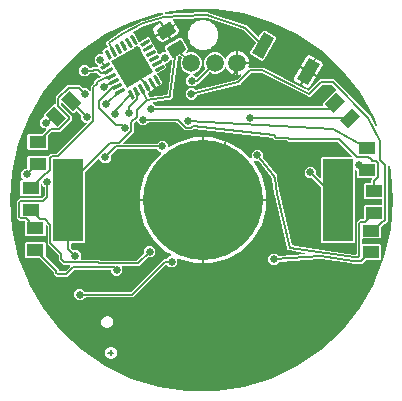
<source format=gbl>
G04 EAGLE Gerber RS-274X export*
G75*
%MOMM*%
%FSLAX34Y34*%
%LPD*%
%INBottom Copper*%
%IPPOS*%
%AMOC8*
5,1,8,0,0,1.08239X$1,22.5*%
G01*
G04 Define Apertures*
%ADD10C,0.152400*%
%ADD11R,2.540000X7.000000*%
%ADD12C,10.160000*%
%ADD13R,1.420200X1.031200*%
%ADD14R,1.031200X1.420200*%
%ADD15C,0.065000*%
%ADD16R,2.600000X2.600000*%
%ADD17R,2.000000X1.050000*%
%ADD18C,0.254000*%
%ADD19C,1.500000*%
%ADD20C,0.654800*%
%ADD21C,0.904800*%
G36*
X146907Y63028D02*
X147136Y63220D01*
X147272Y63485D01*
X147294Y63783D01*
X147249Y63962D01*
X144737Y70362D01*
X144688Y70463D01*
X132617Y91371D01*
X132553Y91464D01*
X117500Y110340D01*
X117424Y110422D01*
X99726Y126844D01*
X99638Y126913D01*
X79690Y140514D01*
X79593Y140570D01*
X57841Y151045D01*
X57737Y151086D01*
X34666Y158202D01*
X34557Y158227D01*
X10683Y161826D01*
X10572Y161834D01*
X-13572Y161834D01*
X-13683Y161826D01*
X-31838Y159089D01*
X-32118Y158987D01*
X-32337Y158783D01*
X-32458Y158511D01*
X-32464Y158212D01*
X-32353Y157935D01*
X-32142Y157724D01*
X-31866Y157611D01*
X-31676Y157599D01*
X-20030Y158376D01*
X-19880Y158417D01*
X-18804Y158458D01*
X-18782Y158459D01*
X-17725Y158529D01*
X-17554Y158505D01*
X2476Y159267D01*
X2780Y159345D01*
X3047Y159477D01*
X3414Y159352D01*
X3683Y159313D01*
X4071Y159328D01*
X4289Y159126D01*
X4559Y158965D01*
X36175Y148273D01*
X36418Y148233D01*
X36861Y148234D01*
X37032Y148064D01*
X37321Y147885D01*
X37549Y147808D01*
X37746Y147410D01*
X37889Y147211D01*
X46450Y138692D01*
X46699Y138528D01*
X46992Y138474D01*
X47284Y138539D01*
X47527Y138712D01*
X47628Y138849D01*
X50375Y143606D01*
X51594Y143933D01*
X61781Y138052D01*
X62108Y136832D01*
X51477Y118419D01*
X50257Y118092D01*
X40071Y123973D01*
X39744Y125193D01*
X44487Y133408D01*
X44582Y133691D01*
X44559Y133989D01*
X44367Y134315D01*
X34808Y143828D01*
X34519Y144006D01*
X3009Y154663D01*
X2740Y154702D01*
X-18544Y153892D01*
X-18565Y153891D01*
X-24918Y153468D01*
X-25206Y153389D01*
X-25441Y153204D01*
X-25585Y152943D01*
X-25615Y152646D01*
X-25518Y152344D01*
X-23772Y149320D01*
X-31361Y144939D01*
X-34980Y151208D01*
X-35077Y151152D01*
X-35072Y151269D01*
X-35175Y151549D01*
X-35380Y151766D01*
X-35653Y151886D01*
X-36035Y151870D01*
X-49620Y147647D01*
X-49740Y147598D01*
X-58976Y142858D01*
X-59210Y142672D01*
X-59351Y142409D01*
X-59380Y142112D01*
X-59290Y141827D01*
X-59096Y141600D01*
X-58828Y141466D01*
X-58725Y141439D01*
X-54766Y134582D01*
X-54568Y134359D01*
X-54299Y134230D01*
X-54001Y134216D01*
X-53742Y134308D01*
X-46885Y138266D01*
X-45406Y137870D01*
X-43665Y134855D01*
X-43749Y134542D01*
X-43767Y134244D01*
X-43668Y133963D01*
X-43466Y133742D01*
X-43218Y133624D01*
X-42906Y133540D01*
X-41165Y130525D01*
X-41249Y130212D01*
X-41267Y129914D01*
X-41168Y129633D01*
X-40966Y129412D01*
X-40718Y129293D01*
X-40406Y129210D01*
X-38665Y126194D01*
X-38749Y125882D01*
X-38767Y125584D01*
X-38668Y125302D01*
X-38466Y125082D01*
X-38218Y124963D01*
X-37906Y124880D01*
X-37313Y123854D01*
X-37116Y123630D01*
X-36846Y123501D01*
X-36548Y123488D01*
X-36268Y123591D01*
X-36134Y123698D01*
X-34359Y125473D01*
X-32127Y125473D01*
X-31834Y125532D01*
X-31588Y125701D01*
X-31427Y125953D01*
X-31377Y126247D01*
X-31477Y126598D01*
X-32602Y128547D01*
X-32003Y130783D01*
X-20100Y137655D01*
X-17865Y137056D01*
X-12897Y128453D01*
X-13496Y126217D01*
X-14344Y125727D01*
X-14567Y125530D01*
X-14696Y125260D01*
X-14710Y124962D01*
X-14606Y124682D01*
X-14401Y124465D01*
X-14128Y124345D01*
X-13830Y124341D01*
X-13682Y124385D01*
X-11730Y125193D01*
X-8140Y125193D01*
X-4824Y123820D01*
X-2285Y121281D01*
X-911Y117964D01*
X-911Y114374D01*
X-2285Y111058D01*
X-4824Y108519D01*
X-7714Y107322D01*
X-7961Y107155D01*
X-8124Y106905D01*
X-8177Y106611D01*
X-8110Y106320D01*
X-7957Y106099D01*
X-6193Y104335D01*
X-5944Y104170D01*
X-5651Y104115D01*
X-5359Y104179D01*
X-5132Y104335D01*
X1899Y111366D01*
X2063Y111615D01*
X2118Y111908D01*
X2061Y112183D01*
X1082Y114546D01*
X1082Y118136D01*
X2456Y121452D01*
X4995Y123991D01*
X8311Y125365D01*
X11901Y125365D01*
X15218Y123991D01*
X17757Y121452D01*
X18164Y120469D01*
X18331Y120222D01*
X18581Y120059D01*
X18875Y120007D01*
X19166Y120073D01*
X19408Y120248D01*
X19550Y120469D01*
X20266Y122199D01*
X23091Y125024D01*
X26781Y126552D01*
X28016Y126552D01*
X28016Y106472D01*
X26781Y106472D01*
X23091Y108001D01*
X20266Y110825D01*
X19621Y112384D01*
X19454Y112631D01*
X19204Y112794D01*
X18910Y112846D01*
X18619Y112780D01*
X18377Y112605D01*
X18235Y112383D01*
X17757Y111229D01*
X15218Y108691D01*
X11901Y107317D01*
X8311Y107317D01*
X5949Y108295D01*
X5656Y108352D01*
X5364Y108291D01*
X5131Y108133D01*
X-4167Y98834D01*
X-4954Y98834D01*
X-5246Y98775D01*
X-5484Y98614D01*
X-7776Y96322D01*
X-11751Y96322D01*
X-14562Y99133D01*
X-14562Y103107D01*
X-11671Y105998D01*
X-11506Y106247D01*
X-11451Y106541D01*
X-11515Y106832D01*
X-11688Y107076D01*
X-11914Y107222D01*
X-15047Y108519D01*
X-17585Y111058D01*
X-18959Y114374D01*
X-18959Y117964D01*
X-18055Y120148D01*
X-17997Y120441D01*
X-18059Y120733D01*
X-18227Y120976D01*
X-19451Y122153D01*
X-19703Y122313D01*
X-19997Y122362D01*
X-20346Y122262D01*
X-20987Y121892D01*
X-21211Y121694D01*
X-21356Y121337D01*
X-25258Y90639D01*
X-25328Y90086D01*
X-25551Y88333D01*
X-25551Y88333D01*
X-25632Y87698D01*
X-28342Y85041D01*
X-30229Y84839D01*
X-41964Y83584D01*
X-42249Y83493D01*
X-42475Y83299D01*
X-42609Y83032D01*
X-42627Y82734D01*
X-42528Y82453D01*
X-42415Y82307D01*
X-40070Y79963D01*
X-39821Y79798D01*
X-39539Y79743D01*
X100580Y79743D01*
X100873Y79802D01*
X101119Y79971D01*
X101280Y80223D01*
X101330Y80493D01*
X101330Y82001D01*
X112351Y93022D01*
X112559Y93164D01*
X112720Y93416D01*
X112770Y93710D01*
X112701Y94001D01*
X112551Y94217D01*
X109273Y97494D01*
X109024Y97659D01*
X108742Y97714D01*
X101258Y97714D01*
X100965Y97655D01*
X100727Y97494D01*
X91965Y88732D01*
X91824Y88537D01*
X91621Y88131D01*
X91403Y88058D01*
X91110Y87877D01*
X90947Y87714D01*
X90493Y87714D01*
X90256Y87676D01*
X89825Y87532D01*
X89619Y87635D01*
X89283Y87714D01*
X89053Y87714D01*
X88732Y88035D01*
X88537Y88176D01*
X49619Y107635D01*
X49283Y107714D01*
X41258Y107714D01*
X40965Y107655D01*
X40727Y107494D01*
X31881Y98648D01*
X31768Y98503D01*
X31473Y98012D01*
X31370Y97986D01*
X31022Y97789D01*
X30947Y97714D01*
X30374Y97714D01*
X30192Y97692D01*
X-4634Y88985D01*
X-4903Y88857D01*
X-5101Y88633D01*
X-5202Y88258D01*
X-5202Y88013D01*
X-8013Y85202D01*
X-11987Y85202D01*
X-14798Y88013D01*
X-14798Y91987D01*
X-11987Y94798D01*
X-8013Y94798D01*
X-6757Y93542D01*
X-6508Y93378D01*
X-6215Y93323D01*
X-6045Y93345D01*
X28630Y102014D01*
X28978Y102211D01*
X32316Y105549D01*
X32481Y105797D01*
X32535Y106091D01*
X32471Y106382D01*
X32299Y106626D01*
X32045Y106783D01*
X31750Y106828D01*
X31498Y106772D01*
X30775Y106472D01*
X29540Y106472D01*
X29540Y115750D01*
X38818Y115750D01*
X38818Y114515D01*
X38324Y113323D01*
X38267Y113030D01*
X38329Y112738D01*
X38499Y112493D01*
X38752Y112334D01*
X39017Y112286D01*
X49507Y112286D01*
X49744Y112325D01*
X50175Y112468D01*
X50381Y112365D01*
X50717Y112286D01*
X50947Y112286D01*
X51268Y111965D01*
X51463Y111824D01*
X85950Y94581D01*
X86239Y94503D01*
X86534Y94544D01*
X86791Y94697D01*
X86967Y94938D01*
X87035Y95228D01*
X86985Y95522D01*
X86824Y95774D01*
X86661Y95901D01*
X83464Y97747D01*
X89353Y107947D01*
X95440Y104433D01*
X90420Y95738D01*
X90351Y95532D01*
X90314Y95526D01*
X88150Y94947D01*
X87883Y94814D01*
X87689Y94587D01*
X87599Y94302D01*
X87627Y94005D01*
X87768Y93742D01*
X88009Y93551D01*
X89065Y93023D01*
X89353Y92946D01*
X89649Y92986D01*
X89931Y93164D01*
X91039Y94272D01*
X91204Y94520D01*
X91226Y94640D01*
X91298Y94648D01*
X91599Y94832D01*
X99053Y102286D01*
X110947Y102286D01*
X141110Y72123D01*
X141403Y71942D01*
X141621Y71869D01*
X141824Y71463D01*
X141965Y71268D01*
X142286Y70947D01*
X142286Y70717D01*
X142365Y70381D01*
X145880Y63353D01*
X146064Y63117D01*
X146325Y62973D01*
X146621Y62941D01*
X146907Y63028D01*
G37*
%LPC*%
G36*
X-1331Y127441D02*
X-1497Y127460D01*
X-2494Y127460D01*
X-3763Y127986D01*
X-3883Y128024D01*
X-5581Y128411D01*
X-6352Y129026D01*
X-6532Y129133D01*
X-7103Y129369D01*
X-8339Y130605D01*
X-8402Y130661D01*
X-10056Y131980D01*
X-10318Y132525D01*
X-10464Y132730D01*
X-10631Y132897D01*
X-11443Y134857D01*
X-11460Y134895D01*
X-12540Y137138D01*
X-12540Y142862D01*
X-11460Y145105D01*
X-11443Y145143D01*
X-10631Y147103D01*
X-10464Y147270D01*
X-10318Y147475D01*
X-10056Y148020D01*
X-8402Y149339D01*
X-8339Y149395D01*
X-7103Y150631D01*
X-6532Y150867D01*
X-6352Y150974D01*
X-5581Y151589D01*
X-3883Y151976D01*
X-3763Y152014D01*
X-2494Y152540D01*
X-1497Y152540D01*
X-1331Y152559D01*
X0Y152863D01*
X1331Y152559D01*
X1497Y152540D01*
X2494Y152540D01*
X3763Y152014D01*
X3883Y151976D01*
X5581Y151589D01*
X6352Y150974D01*
X6532Y150867D01*
X7103Y150631D01*
X8339Y149395D01*
X8402Y149339D01*
X10056Y148020D01*
X10318Y147475D01*
X10464Y147270D01*
X10631Y147103D01*
X11443Y145143D01*
X11460Y145105D01*
X12540Y142862D01*
X12540Y137138D01*
X11460Y134895D01*
X11443Y134857D01*
X10631Y132897D01*
X10464Y132730D01*
X10318Y132525D01*
X10056Y131980D01*
X8402Y130661D01*
X8339Y130605D01*
X7103Y129369D01*
X6532Y129133D01*
X6352Y129026D01*
X5581Y128411D01*
X3883Y128024D01*
X3763Y127986D01*
X2494Y127460D01*
X1497Y127460D01*
X1331Y127441D01*
X0Y127138D01*
X-1331Y127441D01*
G37*
G36*
X-42583Y143802D02*
X-41766Y146850D01*
X-36110Y150116D01*
X-32681Y144177D01*
X-40270Y139795D01*
X-42583Y143802D01*
G37*
G36*
X-30599Y143619D02*
X-23010Y148000D01*
X-20697Y143994D01*
X-21514Y140945D01*
X-27170Y137680D01*
X-30599Y143619D01*
G37*
G36*
X-37195Y134469D02*
X-39508Y138475D01*
X-31919Y142857D01*
X-28490Y136918D01*
X-34146Y133652D01*
X-37195Y134469D01*
G37*
G36*
X29540Y117274D02*
X29540Y126552D01*
X30775Y126552D01*
X34465Y125024D01*
X37289Y122199D01*
X38818Y118509D01*
X38818Y117274D01*
X29540Y117274D01*
G37*
G36*
X82709Y113542D02*
X87854Y122454D01*
X89886Y122999D01*
X94684Y120228D01*
X88795Y110028D01*
X82709Y113542D01*
G37*
G36*
X90115Y109266D02*
X96004Y119466D01*
X100802Y116696D01*
X101347Y114664D01*
X96202Y105752D01*
X90115Y109266D01*
G37*
G36*
X77346Y101279D02*
X76802Y103311D01*
X81947Y112223D01*
X88033Y108709D01*
X82144Y98509D01*
X77346Y101279D01*
G37*
%LPD*%
G36*
X10683Y-161826D02*
X34557Y-158227D01*
X34666Y-158202D01*
X57737Y-151086D01*
X57841Y-151045D01*
X79593Y-140570D01*
X79690Y-140514D01*
X99638Y-126913D01*
X99726Y-126844D01*
X117424Y-110422D01*
X117500Y-110340D01*
X132553Y-91464D01*
X132617Y-91371D01*
X144688Y-70463D01*
X144737Y-70362D01*
X153557Y-47888D01*
X153590Y-47780D01*
X158963Y-24243D01*
X158979Y-24132D01*
X160784Y-56D01*
X160784Y56D01*
X158979Y24132D01*
X158963Y24243D01*
X157934Y28749D01*
X157811Y29021D01*
X157592Y29223D01*
X157311Y29324D01*
X157013Y29307D01*
X156745Y29176D01*
X156550Y28950D01*
X156453Y28582D01*
X156453Y-17515D01*
X153775Y-20193D01*
X153351Y-20193D01*
X153058Y-20252D01*
X152820Y-20413D01*
X152281Y-20952D01*
X152074Y-21344D01*
X152073Y-21352D01*
X151524Y-21727D01*
X151417Y-21816D01*
X150809Y-22424D01*
X150677Y-22514D01*
X150517Y-22766D01*
X150466Y-23036D01*
X150466Y-31372D01*
X149573Y-32265D01*
X135490Y-32265D01*
X135198Y-32324D01*
X134951Y-32493D01*
X134791Y-32744D01*
X134740Y-33015D01*
X134740Y-36545D01*
X134800Y-36837D01*
X134968Y-37083D01*
X135220Y-37244D01*
X135490Y-37295D01*
X149573Y-37295D01*
X150466Y-38188D01*
X150466Y-49762D01*
X149573Y-50655D01*
X138297Y-50655D01*
X138005Y-50714D01*
X137767Y-50874D01*
X134925Y-53716D01*
X130770Y-53716D01*
X130477Y-53775D01*
X130323Y-53863D01*
X130209Y-53948D01*
X128783Y-53737D01*
X128783Y-53736D01*
X128699Y-53724D01*
X128589Y-53716D01*
X126151Y-53716D01*
X125891Y-53457D01*
X125642Y-53292D01*
X125471Y-53245D01*
X99552Y-49399D01*
X99387Y-49392D01*
X65128Y-51915D01*
X64841Y-51995D01*
X64653Y-52132D01*
X61987Y-54798D01*
X58013Y-54798D01*
X55202Y-51987D01*
X55202Y-48013D01*
X58013Y-45202D01*
X61987Y-45202D01*
X63942Y-47157D01*
X64191Y-47322D01*
X64528Y-47374D01*
X85953Y-45797D01*
X86240Y-45716D01*
X86473Y-45530D01*
X86615Y-45267D01*
X86644Y-44970D01*
X86554Y-44686D01*
X86360Y-44459D01*
X86008Y-44307D01*
X80748Y-43527D01*
X80748Y-43527D01*
X73442Y-42443D01*
X73162Y-42454D01*
X72801Y-42537D01*
X72534Y-42371D01*
X72247Y-42265D01*
X71935Y-42219D01*
X71715Y-41921D01*
X71509Y-41731D01*
X71194Y-41535D01*
X71123Y-41228D01*
X70995Y-40951D01*
X70807Y-40698D01*
X70862Y-40331D01*
X70850Y-40052D01*
X60797Y3329D01*
X60673Y3600D01*
X60662Y3611D01*
X60528Y4482D01*
X60517Y4537D01*
X60314Y5412D01*
X60338Y5476D01*
X60338Y5708D01*
X58496Y17631D01*
X58496Y17631D01*
X58303Y18874D01*
X58248Y19063D01*
X58219Y19129D01*
X58117Y19296D01*
X57896Y19570D01*
X46998Y33081D01*
X46768Y33271D01*
X46414Y33360D01*
X43630Y33360D01*
X43338Y33301D01*
X43092Y33132D01*
X42931Y32881D01*
X42881Y32586D01*
X42981Y32235D01*
X49705Y20588D01*
X53340Y7022D01*
X53340Y762D01*
X762Y762D01*
X762Y53340D01*
X7022Y53340D01*
X20588Y49705D01*
X32752Y42683D01*
X39762Y35672D01*
X40011Y35508D01*
X40304Y35453D01*
X40596Y35517D01*
X40839Y35690D01*
X40996Y35944D01*
X41042Y36203D01*
X41042Y40146D01*
X43853Y42956D01*
X47827Y42956D01*
X50638Y40146D01*
X50638Y36116D01*
X50697Y35823D01*
X50804Y35645D01*
X62465Y21188D01*
X62598Y21023D01*
X62822Y19572D01*
X63014Y18329D01*
X65011Y5404D01*
X65022Y5349D01*
X74968Y-37566D01*
X75092Y-37838D01*
X75312Y-38040D01*
X75588Y-38139D01*
X78931Y-38635D01*
X78931Y-38635D01*
X127898Y-45902D01*
X127898Y-45902D01*
X129124Y-46084D01*
X129422Y-46068D01*
X129690Y-45937D01*
X129886Y-45712D01*
X129984Y-45342D01*
X129984Y-45290D01*
X130113Y-45094D01*
X130168Y-44813D01*
X130168Y-18535D01*
X132846Y-15857D01*
X135405Y-15857D01*
X135698Y-15797D01*
X135944Y-15629D01*
X136105Y-15377D01*
X136155Y-15107D01*
X136155Y-4678D01*
X137048Y-3785D01*
X151131Y-3785D01*
X151424Y-3726D01*
X151670Y-3557D01*
X151831Y-3305D01*
X151881Y-3035D01*
X151881Y495D01*
X151822Y788D01*
X151653Y1034D01*
X151401Y1195D01*
X151131Y1245D01*
X137048Y1245D01*
X136155Y2138D01*
X136155Y13712D01*
X137048Y14605D01*
X141744Y14605D01*
X142037Y14664D01*
X142283Y14833D01*
X142444Y15085D01*
X142494Y15355D01*
X142494Y17293D01*
X142955Y17754D01*
X143120Y18003D01*
X143175Y18296D01*
X143110Y18588D01*
X142938Y18831D01*
X142684Y18988D01*
X142425Y19034D01*
X130926Y19034D01*
X130033Y19927D01*
X130033Y24669D01*
X129974Y24961D01*
X129814Y25199D01*
X129804Y25208D01*
X129555Y25373D01*
X129262Y25428D01*
X128971Y25364D01*
X128727Y25191D01*
X128570Y24937D01*
X128524Y24678D01*
X128524Y-35631D01*
X127631Y-36524D01*
X100969Y-36524D01*
X100076Y-35631D01*
X100076Y10842D01*
X100017Y11135D01*
X99856Y11373D01*
X92567Y18663D01*
X92318Y18827D01*
X92036Y18882D01*
X88843Y18882D01*
X86032Y21693D01*
X86032Y25668D01*
X88843Y28478D01*
X92818Y28478D01*
X95628Y25668D01*
X95628Y22377D01*
X95688Y22085D01*
X95848Y21847D01*
X98796Y18899D01*
X99045Y18734D01*
X99338Y18680D01*
X99630Y18744D01*
X99873Y18916D01*
X100030Y19170D01*
X100076Y19430D01*
X100076Y35631D01*
X100969Y36524D01*
X125705Y36524D01*
X125998Y36583D01*
X126244Y36752D01*
X126405Y37004D01*
X126455Y37298D01*
X126386Y37588D01*
X126236Y37804D01*
X114525Y49515D01*
X114276Y49679D01*
X113995Y49734D01*
X71660Y49734D01*
X70819Y50575D01*
X70570Y50740D01*
X70289Y50795D01*
X61126Y50795D01*
X59385Y52536D01*
X59137Y52700D01*
X58940Y52750D01*
X-7643Y60343D01*
X-7940Y60318D01*
X-8258Y60129D01*
X-9168Y59219D01*
X-15668Y59219D01*
X-22121Y65672D01*
X-22370Y65837D01*
X-22652Y65892D01*
X-46134Y65892D01*
X-46427Y65832D01*
X-46664Y65672D01*
X-48957Y63380D01*
X-52932Y63380D01*
X-55742Y66190D01*
X-55742Y66199D01*
X-55802Y66492D01*
X-55970Y66738D01*
X-56222Y66899D01*
X-56516Y66949D01*
X-56807Y66880D01*
X-57023Y66729D01*
X-58388Y65364D01*
X-58553Y65115D01*
X-58608Y64833D01*
X-58608Y57755D01*
X-67241Y49122D01*
X-67406Y48874D01*
X-67460Y48580D01*
X-67396Y48289D01*
X-67224Y48045D01*
X-66970Y47888D01*
X-66710Y47842D01*
X-39422Y47842D01*
X-39129Y47901D01*
X-38891Y48062D01*
X-36599Y50354D01*
X-32624Y50354D01*
X-29814Y47543D01*
X-29814Y45678D01*
X-29754Y45385D01*
X-29585Y45139D01*
X-29334Y44978D01*
X-29040Y44928D01*
X-28689Y45028D01*
X-20588Y49705D01*
X-7022Y53340D01*
X-762Y53340D01*
X-762Y762D01*
X-53340Y762D01*
X-53340Y7022D01*
X-49705Y20588D01*
X-42683Y32752D01*
X-35956Y39478D01*
X-35792Y39727D01*
X-35737Y40020D01*
X-35801Y40312D01*
X-35974Y40555D01*
X-36228Y40712D01*
X-36487Y40758D01*
X-36599Y40758D01*
X-38891Y43050D01*
X-39140Y43215D01*
X-39422Y43270D01*
X-72321Y43270D01*
X-72613Y43211D01*
X-72851Y43050D01*
X-77834Y38067D01*
X-77999Y37819D01*
X-78054Y37537D01*
X-78054Y34295D01*
X-80864Y31485D01*
X-84839Y31485D01*
X-87650Y34295D01*
X-87650Y34304D01*
X-87709Y34597D01*
X-87878Y34843D01*
X-88129Y35004D01*
X-88423Y35054D01*
X-88714Y34985D01*
X-88930Y34834D01*
X-99856Y23908D01*
X-100021Y23659D01*
X-100076Y23378D01*
X-100076Y-35631D01*
X-100969Y-36524D01*
X-111264Y-36524D01*
X-111557Y-36583D01*
X-111803Y-36752D01*
X-111964Y-37004D01*
X-112014Y-37274D01*
X-112014Y-39598D01*
X-111955Y-39890D01*
X-111794Y-40128D01*
X-109901Y-42021D01*
X-109652Y-42186D01*
X-109371Y-42241D01*
X-106129Y-42241D01*
X-103318Y-45052D01*
X-103318Y-49026D01*
X-103325Y-49033D01*
X-103490Y-49282D01*
X-103544Y-49575D01*
X-103480Y-49867D01*
X-103307Y-50110D01*
X-103054Y-50267D01*
X-102794Y-50313D01*
X-88129Y-50313D01*
X-87490Y-50952D01*
X-87241Y-51117D01*
X-86960Y-51172D01*
X-56208Y-51172D01*
X-55915Y-51112D01*
X-55678Y-50952D01*
X-50092Y-45367D01*
X-49927Y-45118D01*
X-49873Y-44837D01*
X-49873Y-41595D01*
X-47062Y-38784D01*
X-43087Y-38784D01*
X-40277Y-41595D01*
X-40277Y-45569D01*
X-43087Y-48380D01*
X-46329Y-48380D01*
X-46622Y-48439D01*
X-46859Y-48600D01*
X-54004Y-55744D01*
X-67819Y-55744D01*
X-68111Y-55803D01*
X-68357Y-55972D01*
X-68518Y-56223D01*
X-68568Y-56518D01*
X-68500Y-56808D01*
X-68349Y-57024D01*
X-68343Y-57030D01*
X-68343Y-61005D01*
X-71153Y-63816D01*
X-75128Y-63816D01*
X-77939Y-61005D01*
X-77939Y-59542D01*
X-77998Y-59249D01*
X-78167Y-59003D01*
X-78418Y-58842D01*
X-78689Y-58792D01*
X-108539Y-58792D01*
X-108832Y-58851D01*
X-109070Y-59011D01*
X-114896Y-64838D01*
X-117201Y-64838D01*
X-117374Y-64859D01*
X-118468Y-65119D01*
X-118743Y-64950D01*
X-119136Y-64838D01*
X-123781Y-64838D01*
X-126460Y-62160D01*
X-126460Y-60790D01*
X-126519Y-60497D01*
X-126679Y-60259D01*
X-138211Y-48728D01*
X-138460Y-48563D01*
X-138741Y-48508D01*
X-149610Y-48508D01*
X-150503Y-47615D01*
X-150503Y-36041D01*
X-149610Y-35148D01*
X-134146Y-35148D01*
X-133253Y-36041D01*
X-133253Y-46909D01*
X-133194Y-47202D01*
X-133033Y-47440D01*
X-121888Y-58585D01*
X-121888Y-59516D01*
X-121828Y-59809D01*
X-121660Y-60055D01*
X-121408Y-60216D01*
X-121138Y-60266D01*
X-118632Y-60266D01*
X-118458Y-60246D01*
X-117857Y-60103D01*
X-117667Y-60172D01*
X-117381Y-60161D01*
X-117091Y-60092D01*
X-117060Y-60104D01*
X-116762Y-60089D01*
X-116416Y-59893D01*
X-112689Y-56165D01*
X-112524Y-55917D01*
X-112470Y-55623D01*
X-112534Y-55332D01*
X-112706Y-55088D01*
X-112960Y-54931D01*
X-113220Y-54885D01*
X-118348Y-54885D01*
X-122286Y-50947D01*
X-122286Y-46490D01*
X-122345Y-46198D01*
X-122506Y-45960D01*
X-131572Y-36894D01*
X-131572Y-21798D01*
X-131631Y-21505D01*
X-131792Y-21267D01*
X-131973Y-21086D01*
X-132221Y-20921D01*
X-132515Y-20867D01*
X-132806Y-20931D01*
X-133050Y-21103D01*
X-133207Y-21357D01*
X-133253Y-21617D01*
X-133253Y-29225D01*
X-134146Y-30118D01*
X-149610Y-30118D01*
X-150503Y-29225D01*
X-150503Y-18403D01*
X-150562Y-18110D01*
X-150731Y-17864D01*
X-150983Y-17703D01*
X-151253Y-17653D01*
X-155045Y-17653D01*
X-157723Y-14975D01*
X-157723Y-875D01*
X-155045Y1803D01*
X-136581Y1803D01*
X-136289Y1862D01*
X-136051Y2023D01*
X-134304Y3770D01*
X-134139Y4019D01*
X-134084Y4300D01*
X-134084Y10963D01*
X-134143Y11255D01*
X-134304Y11493D01*
X-136145Y13334D01*
X-136394Y13499D01*
X-136687Y13553D01*
X-136979Y13489D01*
X-137222Y13317D01*
X-137379Y13063D01*
X-137425Y12804D01*
X-137425Y4678D01*
X-138318Y3785D01*
X-153782Y3785D01*
X-154675Y4678D01*
X-154675Y16252D01*
X-153782Y17145D01*
X-152961Y17145D01*
X-152669Y17204D01*
X-152422Y17373D01*
X-152261Y17625D01*
X-152211Y17919D01*
X-152280Y18209D01*
X-152431Y18425D01*
X-154110Y20105D01*
X-154110Y24079D01*
X-151299Y26890D01*
X-149375Y26890D01*
X-149082Y26950D01*
X-148836Y27118D01*
X-148675Y27370D01*
X-148625Y27640D01*
X-148625Y36592D01*
X-147732Y37485D01*
X-132268Y37485D01*
X-132155Y37372D01*
X-131906Y37207D01*
X-131612Y37152D01*
X-131321Y37216D01*
X-131094Y37372D01*
X-128894Y39572D01*
X-123972Y39572D01*
X-123679Y39631D01*
X-123441Y39792D01*
X-98785Y64448D01*
X-98620Y64697D01*
X-98566Y64990D01*
X-98630Y65282D01*
X-98802Y65525D01*
X-99056Y65682D01*
X-99316Y65728D01*
X-100367Y65728D01*
X-103178Y68539D01*
X-103178Y71780D01*
X-103237Y72073D01*
X-103397Y72311D01*
X-106759Y75673D01*
X-107008Y75837D01*
X-107302Y75892D01*
X-107593Y75828D01*
X-107820Y75673D01*
X-109572Y73921D01*
X-110834Y73921D01*
X-118965Y82052D01*
X-119214Y82216D01*
X-119507Y82271D01*
X-119799Y82207D01*
X-120042Y82034D01*
X-120199Y81780D01*
X-120245Y81521D01*
X-120245Y80840D01*
X-120186Y80547D01*
X-120025Y80309D01*
X-111343Y71627D01*
X-111343Y67839D01*
X-121313Y57869D01*
X-127782Y57869D01*
X-128075Y57810D01*
X-128313Y57649D01*
X-131155Y54807D01*
X-131320Y54558D01*
X-131375Y54276D01*
X-131375Y43408D01*
X-132268Y42515D01*
X-147732Y42515D01*
X-148625Y43408D01*
X-148625Y54982D01*
X-147732Y55875D01*
X-136864Y55875D01*
X-136571Y55934D01*
X-136333Y56095D01*
X-132808Y59620D01*
X-132643Y59869D01*
X-132588Y60162D01*
X-132652Y60454D01*
X-132825Y60697D01*
X-133079Y60854D01*
X-133338Y60901D01*
X-135110Y60901D01*
X-137921Y63711D01*
X-137921Y67686D01*
X-135080Y70527D01*
X-134935Y70556D01*
X-134689Y70725D01*
X-134528Y70976D01*
X-134478Y71270D01*
X-134547Y71561D01*
X-134698Y71777D01*
X-134773Y71852D01*
X-134773Y73115D01*
X-126588Y81299D01*
X-125567Y81299D01*
X-125275Y81359D01*
X-125028Y81527D01*
X-124868Y81779D01*
X-124817Y82049D01*
X-124817Y87381D01*
X-114847Y97351D01*
X-104476Y97351D01*
X-102131Y95006D01*
X-101882Y94841D01*
X-101601Y94786D01*
X-98359Y94786D01*
X-96386Y92813D01*
X-96137Y92648D01*
X-95844Y92594D01*
X-95552Y92658D01*
X-95309Y92830D01*
X-95152Y93084D01*
X-95106Y93343D01*
X-95106Y96577D01*
X-92645Y99037D01*
X-92480Y99286D01*
X-92426Y99580D01*
X-92479Y99799D01*
X-92325Y100257D01*
X-92286Y100496D01*
X-92286Y100947D01*
X-92121Y101112D01*
X-91940Y101404D01*
X-91866Y101625D01*
X-91462Y101826D01*
X-91266Y101967D01*
X-90947Y102286D01*
X-90713Y102286D01*
X-90379Y102364D01*
X-86809Y104139D01*
X-86574Y104322D01*
X-86429Y104583D01*
X-86397Y104880D01*
X-86483Y105166D01*
X-86674Y105395D01*
X-86939Y105532D01*
X-87143Y105561D01*
X-87264Y105561D01*
X-89664Y107961D01*
X-89913Y108126D01*
X-90195Y108181D01*
X-91525Y108181D01*
X-91818Y108122D01*
X-92055Y107961D01*
X-92433Y107584D01*
X-95265Y107584D01*
X-95558Y107524D01*
X-95795Y107364D01*
X-98088Y105072D01*
X-102063Y105072D01*
X-104873Y107882D01*
X-104873Y111857D01*
X-102063Y114668D01*
X-98088Y114668D01*
X-95795Y112375D01*
X-95547Y112211D01*
X-95265Y112156D01*
X-94638Y112156D01*
X-94345Y112215D01*
X-94107Y112375D01*
X-93730Y112753D01*
X-89422Y112753D01*
X-89130Y112812D01*
X-88883Y112981D01*
X-88698Y113309D01*
X-88613Y113624D01*
X-88595Y113922D01*
X-88694Y114204D01*
X-88807Y114349D01*
X-91624Y117165D01*
X-91624Y121140D01*
X-88813Y123951D01*
X-85316Y123951D01*
X-85024Y124010D01*
X-84777Y124179D01*
X-84617Y124430D01*
X-84567Y124725D01*
X-84667Y125076D01*
X-85266Y126115D01*
X-84870Y127594D01*
X-81855Y129335D01*
X-81701Y129294D01*
X-81403Y129276D01*
X-81121Y129375D01*
X-80901Y129576D01*
X-80776Y129847D01*
X-80768Y130146D01*
X-80832Y130346D01*
X-81528Y131779D01*
X-81584Y131875D01*
X-82003Y132487D01*
X-82007Y132715D01*
X-82044Y132823D01*
X-81805Y133515D01*
X-81776Y133623D01*
X-81640Y134351D01*
X-81481Y134515D01*
X-81431Y134618D01*
X-80773Y134939D01*
X-80677Y134994D01*
X-70777Y141774D01*
X-70569Y141988D01*
X-70532Y142067D01*
X-69843Y142421D01*
X-69762Y142469D01*
X-69112Y142914D01*
X-68930Y142917D01*
X-68748Y142982D01*
X-52447Y151348D01*
X-52214Y151534D01*
X-52134Y151653D01*
X-51479Y151857D01*
X-51359Y151906D01*
X-50747Y152220D01*
X-50467Y152189D01*
X-50311Y152220D01*
X-34444Y157152D01*
X-34102Y157374D01*
X-34065Y157416D01*
X-33918Y157675D01*
X-33882Y157972D01*
X-33966Y158258D01*
X-34154Y158490D01*
X-34418Y158629D01*
X-34742Y158652D01*
X-37557Y158227D01*
X-37666Y158202D01*
X-60737Y151086D01*
X-60841Y151045D01*
X-82593Y140570D01*
X-82690Y140514D01*
X-102638Y126913D01*
X-102726Y126844D01*
X-120424Y110422D01*
X-120500Y110340D01*
X-135553Y91464D01*
X-135617Y91371D01*
X-147688Y70463D01*
X-147737Y70362D01*
X-156557Y47888D01*
X-156590Y47780D01*
X-161963Y24243D01*
X-161979Y24132D01*
X-163784Y56D01*
X-163784Y-56D01*
X-161979Y-24132D01*
X-161963Y-24243D01*
X-156590Y-47780D01*
X-156557Y-47888D01*
X-147737Y-70362D01*
X-147688Y-70463D01*
X-135617Y-91371D01*
X-135553Y-91464D01*
X-120500Y-110340D01*
X-120424Y-110422D01*
X-102726Y-126844D01*
X-102638Y-126913D01*
X-82690Y-140514D01*
X-82593Y-140570D01*
X-60841Y-151045D01*
X-60737Y-151086D01*
X-37666Y-158202D01*
X-37557Y-158227D01*
X-13683Y-161826D01*
X-13572Y-161834D01*
X10572Y-161834D01*
X10683Y-161826D01*
G37*
%LPC*%
G36*
X762Y-53340D02*
X762Y-762D01*
X53340Y-762D01*
X53340Y-7022D01*
X49705Y-20588D01*
X42683Y-32752D01*
X32752Y-42683D01*
X20588Y-49705D01*
X7022Y-53340D01*
X762Y-53340D01*
G37*
G36*
X-106244Y-84759D02*
X-109055Y-81949D01*
X-109055Y-77974D01*
X-106244Y-75163D01*
X-102269Y-75163D01*
X-99977Y-77456D01*
X-99728Y-77620D01*
X-99447Y-77675D01*
X-61219Y-77675D01*
X-60926Y-77616D01*
X-60688Y-77456D01*
X-32876Y-49643D01*
X-31509Y-49643D01*
X-31216Y-49583D01*
X-30978Y-49423D01*
X-28686Y-47131D01*
X-27846Y-47131D01*
X-27554Y-47071D01*
X-27307Y-46903D01*
X-27147Y-46651D01*
X-27097Y-46357D01*
X-27165Y-46066D01*
X-27342Y-45826D01*
X-27471Y-45731D01*
X-32752Y-42683D01*
X-42683Y-32752D01*
X-49705Y-20588D01*
X-53340Y-7022D01*
X-53340Y-762D01*
X-762Y-762D01*
X-762Y-53340D01*
X-7022Y-53340D01*
X-20588Y-49705D01*
X-20776Y-49597D01*
X-21059Y-49502D01*
X-21356Y-49525D01*
X-21621Y-49662D01*
X-21812Y-49892D01*
X-21901Y-50246D01*
X-21901Y-53916D01*
X-24711Y-56727D01*
X-28686Y-56727D01*
X-30560Y-54853D01*
X-30809Y-54688D01*
X-31102Y-54634D01*
X-31394Y-54698D01*
X-31620Y-54853D01*
X-59014Y-82247D01*
X-99447Y-82247D01*
X-99739Y-82307D01*
X-99977Y-82467D01*
X-102269Y-84759D01*
X-106244Y-84759D01*
G37*
G36*
X-84160Y-107400D02*
X-86120Y-104703D01*
X-86120Y-101369D01*
X-84160Y-98672D01*
X-80990Y-97642D01*
X-77820Y-98672D01*
X-75860Y-101369D01*
X-75860Y-104703D01*
X-77820Y-107400D01*
X-80990Y-108430D01*
X-84160Y-107400D01*
G37*
G36*
X-81066Y-133573D02*
X-83026Y-130876D01*
X-83026Y-127543D01*
X-81066Y-124846D01*
X-77896Y-123816D01*
X-74726Y-124846D01*
X-72766Y-127543D01*
X-72766Y-130876D01*
X-74726Y-133573D01*
X-77896Y-134603D01*
X-81066Y-133573D01*
G37*
%LPD*%
G36*
X-30716Y89385D02*
X-30475Y89453D01*
X-30393Y89491D01*
X-30154Y89670D01*
X-30041Y89836D01*
X-30001Y89918D01*
X-29928Y90157D01*
X-26393Y117969D01*
X-26415Y118267D01*
X-26551Y118532D01*
X-26780Y118723D01*
X-27066Y118810D01*
X-27363Y118779D01*
X-27667Y118594D01*
X-30384Y115877D01*
X-31409Y115877D01*
X-31702Y115818D01*
X-31948Y115649D01*
X-32109Y115397D01*
X-32159Y115103D01*
X-32059Y114752D01*
X-31165Y113204D01*
X-31561Y111724D01*
X-38418Y107766D01*
X-38641Y107568D01*
X-38770Y107299D01*
X-38784Y107001D01*
X-38692Y106742D01*
X-34734Y99885D01*
X-35130Y98406D01*
X-38145Y96665D01*
X-38458Y96749D01*
X-38756Y96767D01*
X-39037Y96668D01*
X-39258Y96466D01*
X-39376Y96218D01*
X-39460Y95906D01*
X-42277Y94279D01*
X-42501Y94082D01*
X-42626Y93824D01*
X-42918Y92736D01*
X-44130Y92036D01*
X-47806Y98403D01*
X-49126Y97641D01*
X-45450Y91274D01*
X-46580Y90622D01*
X-46804Y90424D01*
X-46933Y90155D01*
X-46946Y89857D01*
X-46860Y89607D01*
X-46074Y88200D01*
X-45880Y87974D01*
X-45612Y87841D01*
X-45340Y87820D01*
X-30716Y89385D01*
G37*
D10*
X-75828Y-129045D02*
X-80145Y-129045D01*
X-77987Y-131203D02*
X-77987Y-126886D01*
D11*
X114300Y0D03*
X-114300Y0D03*
D12*
X0Y0D03*
D13*
X-146050Y10465D03*
X-146050Y-7925D03*
D14*
G36*
X110146Y74078D02*
X102854Y81370D01*
X112896Y91412D01*
X120188Y84120D01*
X110146Y74078D01*
G37*
G36*
X123150Y61074D02*
X115858Y68366D01*
X125900Y78408D01*
X133192Y71116D01*
X123150Y61074D01*
G37*
D13*
X144780Y7925D03*
X144780Y-10465D03*
D14*
G36*
X-115915Y69733D02*
X-123207Y62441D01*
X-133249Y72483D01*
X-125957Y79775D01*
X-115915Y69733D01*
G37*
G36*
X-102911Y82737D02*
X-110203Y75445D01*
X-120245Y85487D01*
X-112953Y92779D01*
X-102911Y82737D01*
G37*
D15*
X-73376Y89719D02*
X-66925Y93443D01*
X-73376Y89719D02*
X-74351Y91407D01*
X-67900Y95131D01*
X-66925Y93443D01*
X-72307Y90336D02*
X-73732Y90336D01*
X-74089Y90953D02*
X-71238Y90953D01*
X-70170Y91570D02*
X-74069Y91570D01*
X-73000Y92187D02*
X-69101Y92187D01*
X-68032Y92804D02*
X-71931Y92804D01*
X-70862Y93421D02*
X-66963Y93421D01*
X-67269Y94038D02*
X-69793Y94038D01*
X-68725Y94655D02*
X-67625Y94655D01*
X-69425Y97773D02*
X-75876Y94049D01*
X-76851Y95737D01*
X-70400Y99461D01*
X-69425Y97773D01*
X-74807Y94666D02*
X-76232Y94666D01*
X-76589Y95283D02*
X-73738Y95283D01*
X-72670Y95900D02*
X-76569Y95900D01*
X-75500Y96517D02*
X-71601Y96517D01*
X-70532Y97134D02*
X-74431Y97134D01*
X-73362Y97751D02*
X-69463Y97751D01*
X-69769Y98368D02*
X-72293Y98368D01*
X-71225Y98985D02*
X-70125Y98985D01*
X-71925Y102103D02*
X-78376Y98379D01*
X-79351Y100067D01*
X-72900Y103791D01*
X-71925Y102103D01*
X-77307Y98996D02*
X-78732Y98996D01*
X-79089Y99613D02*
X-76238Y99613D01*
X-75170Y100230D02*
X-79069Y100230D01*
X-78000Y100847D02*
X-74101Y100847D01*
X-73032Y101464D02*
X-76931Y101464D01*
X-75862Y102081D02*
X-71963Y102081D01*
X-72269Y102698D02*
X-74793Y102698D01*
X-73725Y103315D02*
X-72625Y103315D01*
X-74425Y106433D02*
X-80876Y102709D01*
X-81851Y104397D01*
X-75400Y108121D01*
X-74425Y106433D01*
X-79807Y103326D02*
X-81232Y103326D01*
X-81589Y103943D02*
X-78738Y103943D01*
X-77670Y104560D02*
X-81569Y104560D01*
X-80500Y105177D02*
X-76601Y105177D01*
X-75532Y105794D02*
X-79431Y105794D01*
X-78362Y106411D02*
X-74463Y106411D01*
X-74769Y107028D02*
X-77293Y107028D01*
X-76225Y107645D02*
X-75125Y107645D01*
X-76925Y110763D02*
X-83376Y107039D01*
X-84351Y108727D01*
X-77900Y112451D01*
X-76925Y110763D01*
X-82307Y107656D02*
X-83732Y107656D01*
X-84089Y108273D02*
X-81238Y108273D01*
X-80170Y108890D02*
X-84069Y108890D01*
X-83000Y109507D02*
X-79101Y109507D01*
X-78032Y110124D02*
X-81931Y110124D01*
X-80862Y110741D02*
X-76963Y110741D01*
X-77269Y111358D02*
X-79793Y111358D01*
X-78725Y111975D02*
X-77625Y111975D01*
X-79425Y115093D02*
X-85876Y111369D01*
X-86851Y113057D01*
X-80400Y116781D01*
X-79425Y115093D01*
X-84807Y111986D02*
X-86232Y111986D01*
X-86589Y112603D02*
X-83738Y112603D01*
X-82670Y113220D02*
X-86569Y113220D01*
X-85500Y113837D02*
X-81601Y113837D01*
X-80532Y114454D02*
X-84431Y114454D01*
X-83362Y115071D02*
X-79463Y115071D01*
X-79769Y115688D02*
X-82293Y115688D01*
X-81225Y116305D02*
X-80125Y116305D01*
X-52101Y130869D02*
X-45650Y134593D01*
X-52101Y130869D02*
X-53076Y132557D01*
X-46625Y136281D01*
X-45650Y134593D01*
X-51032Y131486D02*
X-52457Y131486D01*
X-52814Y132103D02*
X-49963Y132103D01*
X-48895Y132720D02*
X-52794Y132720D01*
X-51725Y133337D02*
X-47826Y133337D01*
X-46757Y133954D02*
X-50656Y133954D01*
X-49587Y134571D02*
X-45688Y134571D01*
X-45994Y135188D02*
X-48518Y135188D01*
X-47450Y135805D02*
X-46350Y135805D01*
X-43150Y130263D02*
X-49601Y126539D01*
X-50576Y128227D01*
X-44125Y131951D01*
X-43150Y130263D01*
X-48532Y127156D02*
X-49957Y127156D01*
X-50314Y127773D02*
X-47463Y127773D01*
X-46395Y128390D02*
X-50294Y128390D01*
X-49225Y129007D02*
X-45326Y129007D01*
X-44257Y129624D02*
X-48156Y129624D01*
X-47087Y130241D02*
X-43188Y130241D01*
X-43494Y130858D02*
X-46018Y130858D01*
X-44950Y131475D02*
X-43850Y131475D01*
X-40650Y125933D02*
X-47101Y122209D01*
X-48076Y123897D01*
X-41625Y127621D01*
X-40650Y125933D01*
X-46032Y122826D02*
X-47457Y122826D01*
X-47814Y123443D02*
X-44963Y123443D01*
X-43895Y124060D02*
X-47794Y124060D01*
X-46725Y124677D02*
X-42826Y124677D01*
X-41757Y125294D02*
X-45656Y125294D01*
X-44587Y125911D02*
X-40688Y125911D01*
X-40994Y126528D02*
X-43518Y126528D01*
X-42450Y127145D02*
X-41350Y127145D01*
X-38150Y121603D02*
X-44601Y117879D01*
X-45576Y119567D01*
X-39125Y123291D01*
X-38150Y121603D01*
X-43532Y118496D02*
X-44957Y118496D01*
X-45314Y119113D02*
X-42463Y119113D01*
X-41395Y119730D02*
X-45294Y119730D01*
X-44225Y120347D02*
X-40326Y120347D01*
X-39257Y120964D02*
X-43156Y120964D01*
X-42087Y121581D02*
X-38188Y121581D01*
X-38494Y122198D02*
X-41018Y122198D01*
X-39950Y122815D02*
X-38850Y122815D01*
X-35650Y117273D02*
X-42101Y113549D01*
X-43076Y115237D01*
X-36625Y118961D01*
X-35650Y117273D01*
X-41032Y114166D02*
X-42457Y114166D01*
X-42814Y114783D02*
X-39963Y114783D01*
X-38895Y115400D02*
X-42794Y115400D01*
X-41725Y116017D02*
X-37826Y116017D01*
X-36757Y116634D02*
X-40656Y116634D01*
X-39587Y117251D02*
X-35688Y117251D01*
X-35994Y117868D02*
X-38518Y117868D01*
X-37450Y118485D02*
X-36350Y118485D01*
X-33150Y112943D02*
X-39601Y109219D01*
X-40576Y110907D01*
X-34125Y114631D01*
X-33150Y112943D01*
X-38532Y109836D02*
X-39957Y109836D01*
X-40314Y110453D02*
X-37463Y110453D01*
X-36395Y111070D02*
X-40294Y111070D01*
X-39225Y111687D02*
X-35326Y111687D01*
X-34257Y112304D02*
X-38156Y112304D01*
X-37087Y112921D02*
X-33188Y112921D01*
X-33494Y113538D02*
X-36018Y113538D01*
X-34950Y114155D02*
X-33850Y114155D01*
X-40443Y106076D02*
X-36719Y99625D01*
X-38407Y98650D01*
X-42131Y105101D01*
X-40443Y106076D01*
X-38763Y99267D02*
X-37339Y99267D01*
X-36869Y99884D02*
X-39119Y99884D01*
X-39476Y100501D02*
X-37225Y100501D01*
X-37581Y101118D02*
X-39832Y101118D01*
X-40188Y101735D02*
X-37937Y101735D01*
X-38293Y102352D02*
X-40544Y102352D01*
X-40900Y102969D02*
X-38649Y102969D01*
X-39006Y103586D02*
X-41256Y103586D01*
X-41613Y104203D02*
X-39362Y104203D01*
X-39718Y104820D02*
X-41969Y104820D01*
X-41549Y105437D02*
X-40074Y105437D01*
X-40430Y106054D02*
X-40481Y106054D01*
X-44773Y103576D02*
X-41049Y97125D01*
X-42737Y96150D01*
X-46461Y102601D01*
X-44773Y103576D01*
X-43093Y96767D02*
X-41669Y96767D01*
X-41199Y97384D02*
X-43449Y97384D01*
X-43806Y98001D02*
X-41555Y98001D01*
X-41911Y98618D02*
X-44162Y98618D01*
X-44518Y99235D02*
X-42267Y99235D01*
X-42623Y99852D02*
X-44874Y99852D01*
X-45230Y100469D02*
X-42979Y100469D01*
X-43336Y101086D02*
X-45586Y101086D01*
X-45943Y101703D02*
X-43692Y101703D01*
X-44048Y102320D02*
X-46299Y102320D01*
X-45879Y102937D02*
X-44404Y102937D01*
X-44760Y103554D02*
X-44811Y103554D01*
X-49103Y101076D02*
X-45379Y94625D01*
X-47067Y93650D01*
X-50791Y100101D01*
X-49103Y101076D01*
X-47423Y94267D02*
X-45999Y94267D01*
X-45529Y94884D02*
X-47779Y94884D01*
X-48136Y95501D02*
X-45885Y95501D01*
X-46241Y96118D02*
X-48492Y96118D01*
X-48848Y96735D02*
X-46597Y96735D01*
X-46953Y97352D02*
X-49204Y97352D01*
X-49560Y97969D02*
X-47309Y97969D01*
X-47666Y98586D02*
X-49916Y98586D01*
X-50273Y99203D02*
X-48022Y99203D01*
X-48378Y99820D02*
X-50629Y99820D01*
X-50209Y100437D02*
X-48734Y100437D01*
X-49090Y101054D02*
X-49141Y101054D01*
X-53433Y98576D02*
X-49709Y92125D01*
X-51397Y91150D01*
X-55121Y97601D01*
X-53433Y98576D01*
X-51753Y91767D02*
X-50329Y91767D01*
X-49859Y92384D02*
X-52109Y92384D01*
X-52466Y93001D02*
X-50215Y93001D01*
X-50571Y93618D02*
X-52822Y93618D01*
X-53178Y94235D02*
X-50927Y94235D01*
X-51283Y94852D02*
X-53534Y94852D01*
X-53890Y95469D02*
X-51639Y95469D01*
X-51996Y96086D02*
X-54246Y96086D01*
X-54603Y96703D02*
X-52352Y96703D01*
X-52708Y97320D02*
X-54959Y97320D01*
X-54539Y97937D02*
X-53064Y97937D01*
X-53420Y98554D02*
X-53471Y98554D01*
X-57763Y96076D02*
X-54039Y89625D01*
X-55727Y88650D01*
X-59451Y95101D01*
X-57763Y96076D01*
X-56083Y89267D02*
X-54659Y89267D01*
X-54189Y89884D02*
X-56439Y89884D01*
X-56796Y90501D02*
X-54545Y90501D01*
X-54901Y91118D02*
X-57152Y91118D01*
X-57508Y91735D02*
X-55257Y91735D01*
X-55613Y92352D02*
X-57864Y92352D01*
X-58220Y92969D02*
X-55969Y92969D01*
X-56326Y93586D02*
X-58576Y93586D01*
X-58933Y94203D02*
X-56682Y94203D01*
X-57038Y94820D02*
X-59289Y94820D01*
X-58869Y95437D02*
X-57394Y95437D01*
X-57750Y96054D02*
X-57801Y96054D01*
X-62093Y93576D02*
X-58369Y87125D01*
X-60057Y86150D01*
X-63781Y92601D01*
X-62093Y93576D01*
X-60413Y86767D02*
X-58989Y86767D01*
X-58519Y87384D02*
X-60769Y87384D01*
X-61126Y88001D02*
X-58875Y88001D01*
X-59231Y88618D02*
X-61482Y88618D01*
X-61838Y89235D02*
X-59587Y89235D01*
X-59943Y89852D02*
X-62194Y89852D01*
X-62550Y90469D02*
X-60299Y90469D01*
X-60656Y91086D02*
X-62906Y91086D01*
X-63263Y91703D02*
X-61012Y91703D01*
X-61368Y92320D02*
X-63619Y92320D01*
X-63199Y92937D02*
X-61724Y92937D01*
X-62080Y93554D02*
X-62131Y93554D01*
X-77869Y120899D02*
X-81593Y127350D01*
X-77869Y120899D02*
X-79557Y119924D01*
X-83281Y126375D01*
X-81593Y127350D01*
X-79913Y120541D02*
X-78489Y120541D01*
X-78019Y121158D02*
X-80269Y121158D01*
X-80626Y121775D02*
X-78375Y121775D01*
X-78731Y122392D02*
X-80982Y122392D01*
X-81338Y123009D02*
X-79087Y123009D01*
X-79443Y123626D02*
X-81694Y123626D01*
X-82050Y124243D02*
X-79799Y124243D01*
X-80156Y124860D02*
X-82406Y124860D01*
X-82763Y125477D02*
X-80512Y125477D01*
X-80868Y126094D02*
X-83119Y126094D01*
X-82699Y126711D02*
X-81224Y126711D01*
X-81580Y127328D02*
X-81631Y127328D01*
X-77263Y129850D02*
X-73539Y123399D01*
X-75227Y122424D01*
X-78951Y128875D01*
X-77263Y129850D01*
X-75583Y123041D02*
X-74159Y123041D01*
X-73689Y123658D02*
X-75939Y123658D01*
X-76296Y124275D02*
X-74045Y124275D01*
X-74401Y124892D02*
X-76652Y124892D01*
X-77008Y125509D02*
X-74757Y125509D01*
X-75113Y126126D02*
X-77364Y126126D01*
X-77720Y126743D02*
X-75469Y126743D01*
X-75826Y127360D02*
X-78076Y127360D01*
X-78433Y127977D02*
X-76182Y127977D01*
X-76538Y128594D02*
X-78789Y128594D01*
X-78369Y129211D02*
X-76894Y129211D01*
X-77250Y129828D02*
X-77301Y129828D01*
X-72933Y132350D02*
X-69209Y125899D01*
X-70897Y124924D01*
X-74621Y131375D01*
X-72933Y132350D01*
X-71253Y125541D02*
X-69829Y125541D01*
X-69359Y126158D02*
X-71609Y126158D01*
X-71966Y126775D02*
X-69715Y126775D01*
X-70071Y127392D02*
X-72322Y127392D01*
X-72678Y128009D02*
X-70427Y128009D01*
X-70783Y128626D02*
X-73034Y128626D01*
X-73390Y129243D02*
X-71139Y129243D01*
X-71496Y129860D02*
X-73746Y129860D01*
X-74103Y130477D02*
X-71852Y130477D01*
X-72208Y131094D02*
X-74459Y131094D01*
X-74039Y131711D02*
X-72564Y131711D01*
X-72920Y132328D02*
X-72971Y132328D01*
X-68603Y134850D02*
X-64879Y128399D01*
X-66567Y127424D01*
X-70291Y133875D01*
X-68603Y134850D01*
X-66923Y128041D02*
X-65499Y128041D01*
X-65029Y128658D02*
X-67279Y128658D01*
X-67636Y129275D02*
X-65385Y129275D01*
X-65741Y129892D02*
X-67992Y129892D01*
X-68348Y130509D02*
X-66097Y130509D01*
X-66453Y131126D02*
X-68704Y131126D01*
X-69060Y131743D02*
X-66809Y131743D01*
X-67166Y132360D02*
X-69416Y132360D01*
X-69773Y132977D02*
X-67522Y132977D01*
X-67878Y133594D02*
X-70129Y133594D01*
X-69709Y134211D02*
X-68234Y134211D01*
X-68590Y134828D02*
X-68641Y134828D01*
X-64273Y137350D02*
X-60549Y130899D01*
X-62237Y129924D01*
X-65961Y136375D01*
X-64273Y137350D01*
X-62593Y130541D02*
X-61169Y130541D01*
X-60699Y131158D02*
X-62949Y131158D01*
X-63306Y131775D02*
X-61055Y131775D01*
X-61411Y132392D02*
X-63662Y132392D01*
X-64018Y133009D02*
X-61767Y133009D01*
X-62123Y133626D02*
X-64374Y133626D01*
X-64730Y134243D02*
X-62479Y134243D01*
X-62836Y134860D02*
X-65086Y134860D01*
X-65443Y135477D02*
X-63192Y135477D01*
X-63548Y136094D02*
X-65799Y136094D01*
X-65379Y136711D02*
X-63904Y136711D01*
X-64260Y137328D02*
X-64311Y137328D01*
X-59943Y139850D02*
X-56219Y133399D01*
X-57907Y132424D01*
X-61631Y138875D01*
X-59943Y139850D01*
X-58263Y133041D02*
X-56839Y133041D01*
X-56369Y133658D02*
X-58619Y133658D01*
X-58976Y134275D02*
X-56725Y134275D01*
X-57081Y134892D02*
X-59332Y134892D01*
X-59688Y135509D02*
X-57437Y135509D01*
X-57793Y136126D02*
X-60044Y136126D01*
X-60400Y136743D02*
X-58149Y136743D01*
X-58506Y137360D02*
X-60756Y137360D01*
X-61113Y137977D02*
X-58862Y137977D01*
X-59218Y138594D02*
X-61469Y138594D01*
X-61049Y139211D02*
X-59574Y139211D01*
X-59930Y139828D02*
X-59981Y139828D01*
D16*
G36*
X-55242Y130758D02*
X-42242Y108242D01*
X-64758Y95242D01*
X-77758Y117758D01*
X-55242Y130758D01*
G37*
D17*
G36*
X41380Y124978D02*
X51379Y142298D01*
X60472Y137048D01*
X50473Y119728D01*
X41380Y124978D01*
G37*
G36*
X79528Y102953D02*
X89527Y120273D01*
X98620Y115023D01*
X88621Y97703D01*
X79528Y102953D01*
G37*
D18*
X-34684Y137741D02*
X-38494Y144340D01*
X-28596Y150055D01*
X-24786Y143456D01*
X-34684Y137741D01*
X-36077Y140154D02*
X-30505Y140154D01*
X-26326Y142567D02*
X-37470Y142567D01*
X-37386Y144980D02*
X-25666Y144980D01*
X-27059Y147393D02*
X-33206Y147393D01*
X-29027Y149806D02*
X-28452Y149806D01*
X-29604Y128942D02*
X-25794Y122343D01*
X-29604Y128942D02*
X-19706Y134657D01*
X-15896Y128058D01*
X-25794Y122343D01*
X-27187Y124756D02*
X-21615Y124756D01*
X-17436Y127169D02*
X-28580Y127169D01*
X-28496Y129582D02*
X-16776Y129582D01*
X-18169Y131995D02*
X-24316Y131995D01*
X-20137Y134408D02*
X-19562Y134408D01*
D19*
X-9935Y116169D03*
X10106Y116341D03*
X28778Y116512D03*
D13*
X-140000Y49195D03*
X-140000Y30805D03*
X-141878Y-23438D03*
X-141878Y-41828D03*
X138658Y44104D03*
X138658Y25714D03*
X141841Y-25585D03*
X141841Y-43975D03*
D20*
X-56001Y127332D03*
X-46268Y142496D03*
D10*
X-60000Y113000D02*
X-48085Y97363D01*
X-60000Y113000D02*
X-56001Y127332D01*
X71123Y49193D02*
X74380Y45936D01*
X70807Y49193D02*
X70000Y50000D01*
X70807Y49193D02*
X71123Y49193D01*
X74380Y45936D02*
X74380Y45251D01*
X76714Y42918D01*
X19947Y53051D02*
X0Y0D01*
D20*
X19947Y53051D03*
D10*
X25207Y101944D02*
X28778Y116512D01*
X-15560Y92303D02*
X-15560Y87697D01*
X-15560Y92303D02*
X-12303Y95560D01*
X-7697Y95560D01*
X-6223Y94086D01*
X25207Y101944D01*
D20*
X20220Y83017D03*
D10*
X-10880Y83017D01*
X-15560Y87697D01*
X-27660Y89869D02*
X-22750Y128500D01*
X-27660Y89869D02*
X-27676Y89758D01*
X-27696Y89648D01*
X-27720Y89539D01*
X-27748Y89430D01*
X-27779Y89323D01*
X-27814Y89217D01*
X-27853Y89112D01*
X-27896Y89009D01*
X-27942Y88907D01*
X-27992Y88807D01*
X-28045Y88709D01*
X-28101Y88612D01*
X-28161Y88518D01*
X-28225Y88426D01*
X-28291Y88336D01*
X-28361Y88249D01*
X-28433Y88164D01*
X-28509Y88081D01*
X-28587Y88002D01*
X-28669Y87925D01*
X-28752Y87851D01*
X-28839Y87780D01*
X-28928Y87712D01*
X-29019Y87648D01*
X-29112Y87586D01*
X-29208Y87528D01*
X-29305Y87473D01*
X-29404Y87422D01*
X-29505Y87374D01*
X-29608Y87330D01*
X-29712Y87290D01*
X-29818Y87253D01*
X-29925Y87220D01*
X-30033Y87191D01*
X-30141Y87165D01*
X-30251Y87144D01*
X-30361Y87126D01*
X-30472Y87112D01*
X-47091Y85334D01*
X-9935Y116169D02*
X-22750Y128500D01*
D20*
X90830Y23680D03*
D10*
X91422Y23040D02*
X107231Y7231D01*
X91422Y23040D02*
X90830Y23680D01*
D21*
X-116444Y18375D03*
X-120642Y-20853D03*
X113069Y-20801D03*
X115530Y18997D03*
D10*
X-114300Y0D02*
X-116444Y18375D01*
X-114300Y0D02*
X-120642Y-20853D01*
X113069Y-20801D02*
X114285Y-254D01*
X114300Y0D01*
X107231Y7231D01*
X114300Y0D02*
X115530Y18997D01*
X-47091Y85334D02*
X-52415Y94863D01*
X-47091Y85334D02*
X-56262Y76164D01*
X-56262Y70723D01*
X-60894Y66091D01*
X-60894Y58702D01*
X-114300Y12697D02*
X-114300Y0D01*
X-70992Y48604D02*
X-60894Y58702D01*
X-78393Y48604D02*
X-114300Y12697D01*
X-78393Y48604D02*
X-70992Y48604D01*
D20*
X-108116Y-47039D03*
D10*
X-114300Y-40855D02*
X-114300Y0D01*
X-114300Y-40855D02*
X-108116Y-47039D01*
X140818Y36111D02*
X140925Y36084D01*
X141030Y36054D01*
X141135Y36020D01*
X141238Y35982D01*
X141340Y35940D01*
X141441Y35896D01*
X141540Y35847D01*
X141637Y35796D01*
X141732Y35741D01*
X141825Y35682D01*
X141916Y35621D01*
X142005Y35556D01*
X142092Y35489D01*
X142177Y35418D01*
X142258Y35345D01*
X142338Y35268D01*
X142414Y35190D01*
X142488Y35108D01*
X142559Y35024D01*
X142627Y34937D01*
X142692Y34849D01*
X142754Y34758D01*
X142812Y34665D01*
X142868Y34570D01*
X142920Y34473D01*
X142968Y34374D01*
X143014Y34274D01*
X143055Y34172D01*
X143093Y34069D01*
X143128Y33964D01*
X143159Y33859D01*
X143186Y33752D01*
X143210Y33645D01*
X143230Y33537D01*
X143246Y33428D01*
X143258Y33319D01*
X143266Y33209D01*
X62073Y53081D02*
X60252Y54902D01*
X62073Y53081D02*
X71546Y53081D01*
X72607Y52020D01*
X148045Y31817D02*
X148045Y19611D01*
X148045Y31817D02*
X146706Y33156D01*
X144780Y16346D02*
X144780Y7925D01*
X143319Y33156D02*
X146706Y33156D01*
X143319Y33156D02*
X143266Y33209D01*
X140818Y36111D02*
X140267Y36662D01*
X130610Y36662D01*
X115253Y52020D02*
X72607Y52020D01*
X144780Y16346D02*
X148045Y19611D01*
X130610Y36662D02*
X115253Y52020D01*
X60252Y54902D02*
X-8839Y62781D01*
X-10115Y61505D01*
X-14721Y61505D01*
D20*
X-50944Y68178D03*
D10*
X-21394Y68178D02*
X-14721Y61505D01*
X-21394Y68178D02*
X-50944Y68178D01*
D20*
X-66454Y61005D03*
D10*
X-68983Y63534D01*
X-73804Y63534D01*
X-73138Y96755D02*
X-75348Y96755D01*
X-88292Y78022D02*
X-73804Y63534D01*
X-88292Y78022D02*
X-88292Y83810D01*
X-75348Y96755D01*
X-79571Y132981D02*
X-68628Y140474D01*
X-50549Y149752D01*
X-32946Y155224D01*
X-18674Y156175D01*
X3211Y157008D01*
X35920Y145946D01*
X50926Y131013D01*
X-76245Y126137D02*
X-79571Y132981D01*
D20*
X-32372Y120675D03*
D10*
X-39363Y116255D01*
D20*
X-9764Y101120D03*
D10*
X-5114Y101120D02*
X10106Y116341D01*
X-5114Y101120D02*
X-9764Y101120D01*
D20*
X-34612Y45556D03*
X-82852Y36283D03*
D10*
X-73578Y45556D01*
X-34612Y45556D01*
D20*
X-98380Y70526D03*
D10*
X-111578Y83724D01*
X-111578Y84112D01*
X128807Y-48348D02*
X128916Y-48362D01*
X129025Y-48372D01*
X129134Y-48379D01*
X129244Y-48382D01*
X129354Y-48381D01*
X129463Y-48376D01*
X129573Y-48368D01*
X129682Y-48356D01*
X129790Y-48340D01*
X129898Y-48320D01*
X130005Y-48296D01*
X130111Y-48269D01*
X130217Y-48239D01*
X130321Y-48204D01*
X130424Y-48166D01*
X130525Y-48125D01*
X130625Y-48080D01*
X130724Y-48031D01*
X130820Y-47979D01*
X130915Y-47924D01*
X131008Y-47866D01*
X131099Y-47804D01*
X131187Y-47740D01*
X131274Y-47672D01*
X131358Y-47602D01*
X131439Y-47528D01*
X131518Y-47452D01*
X131594Y-47373D01*
X131668Y-47292D01*
X131738Y-47208D01*
X131806Y-47121D01*
X131871Y-47033D01*
X131932Y-46942D01*
X131990Y-46849D01*
X132046Y-46754D01*
X132097Y-46658D01*
X132146Y-46559D01*
X132191Y-46459D01*
X132232Y-46358D01*
X132270Y-46255D01*
X79840Y-41081D02*
X73208Y-40097D01*
X62770Y4943D01*
X59896Y20731D02*
X45840Y38158D01*
X59896Y20731D02*
X59965Y20644D01*
X60030Y20553D01*
X60092Y20461D01*
X60150Y20367D01*
X60206Y20270D01*
X60258Y20172D01*
X60306Y20072D01*
X60351Y19970D01*
X60393Y19867D01*
X60430Y19762D01*
X60464Y19656D01*
X60495Y19549D01*
X60521Y19441D01*
X60544Y19332D01*
X60563Y19223D01*
X62770Y4943D01*
D20*
X45840Y38158D03*
D10*
X132454Y-19482D02*
X133793Y-18143D01*
X137102Y-18143D02*
X144780Y-10465D01*
X137102Y-18143D02*
X133793Y-18143D01*
X132454Y-46070D02*
X132270Y-46255D01*
X132454Y-46070D02*
X132454Y-19482D01*
X128806Y-48348D02*
X79840Y-41081D01*
D20*
X131798Y30000D03*
D10*
X136084Y25714D02*
X138658Y25714D01*
X136084Y25714D02*
X131798Y30000D01*
X-124582Y71108D02*
X-133123Y65699D01*
D20*
X-133123Y65699D03*
X-74248Y73208D03*
D10*
X-74087Y76851D02*
X-61075Y89863D01*
X-74087Y76851D02*
X-74248Y73208D01*
X-113900Y95065D02*
X-122531Y86434D01*
D20*
X-100346Y89988D03*
D10*
X-129040Y60155D02*
X-140000Y49195D01*
X-129040Y60155D02*
X-122260Y60155D01*
X-122531Y79582D02*
X-122531Y86434D01*
X-113900Y95065D02*
X-105423Y95065D01*
X-100346Y89988D01*
D20*
X-82342Y81217D03*
D10*
X-70638Y92425D01*
X-113629Y70680D02*
X-113629Y68786D01*
X-122260Y60155D01*
X-113629Y70680D02*
X-122531Y79582D01*
X-140000Y30805D02*
X-149312Y22092D01*
D20*
X-149312Y22092D03*
X-104257Y-79961D03*
X-26699Y-51929D03*
D10*
X-59961Y-79961D02*
X-104257Y-79961D01*
X-59961Y-79961D02*
X-31929Y-51929D01*
X-26699Y-51929D01*
D20*
X-131798Y15773D03*
D10*
X-155437Y-14028D02*
X-154098Y-15367D01*
X-155437Y-14028D02*
X-155437Y-1822D01*
X-154098Y-483D01*
X-135324Y-483D01*
X-149949Y-15367D02*
X-141878Y-23438D01*
X-149949Y-15367D02*
X-154098Y-15367D01*
X-135324Y-483D02*
X-131798Y3043D01*
X-131798Y15773D01*
D20*
X-62684Y74147D03*
D10*
X-55567Y85963D02*
X-55567Y89114D01*
X-56745Y90292D01*
X-56745Y92363D01*
X-62684Y78846D02*
X-62684Y74147D01*
X-62684Y78846D02*
X-55567Y85963D01*
X-124174Y-61213D02*
X-122835Y-62552D01*
X-118276Y-62552D01*
X-118076Y-62676D01*
X-117557Y-62552D01*
X-115843Y-62552D01*
X-124174Y-59532D02*
X-141878Y-41828D01*
X-124174Y-59532D02*
X-124174Y-61213D01*
X-115843Y-62552D02*
X-109797Y-56506D01*
D20*
X-73141Y-59018D03*
D10*
X-75653Y-56506D01*
X-109797Y-56506D01*
X110000Y60000D02*
X138658Y44104D01*
X110000Y60000D02*
X-12418Y67065D01*
D20*
X-12418Y67065D03*
D10*
X-92783Y110467D02*
X-93380Y109870D01*
X-85556Y107847D02*
X-80638Y109745D01*
D20*
X-100075Y109870D03*
D10*
X-93380Y109870D01*
X-92783Y110467D02*
X-88937Y110467D01*
X-86317Y107847D02*
X-85556Y107847D01*
X-86317Y107847D02*
X-88937Y110467D01*
X141841Y-25585D02*
X150000Y-20000D01*
X152828Y-17907D02*
X154167Y-16568D01*
X150000Y34173D02*
X150000Y50000D01*
X152093Y-17907D02*
X150000Y-20000D01*
X152093Y-17907D02*
X152828Y-17907D01*
X154167Y-16568D02*
X154167Y30006D01*
X150000Y34173D01*
X150000Y50000D02*
X140000Y70000D01*
X110000Y100000D01*
X100000Y100000D01*
X90000Y90000D01*
X50000Y110000D01*
X40000Y110000D01*
X30000Y100000D01*
X-10000Y90000D01*
D20*
X-10000Y90000D03*
X-86826Y119153D03*
D10*
X-83138Y114075D01*
D20*
X60000Y-50000D03*
D10*
X129767Y-51430D02*
X133979Y-51430D01*
X129767Y-51430D02*
X129608Y-51548D01*
X128813Y-51430D01*
X127098Y-51430D01*
X126799Y-51131D01*
X99555Y-47088D01*
X60000Y-50000D01*
X141434Y-43975D02*
X141841Y-43975D01*
X141434Y-43975D02*
X133979Y-51430D01*
X-137979Y-15996D02*
X-146050Y-7925D01*
X-137979Y-15996D02*
X-133830Y-15996D01*
X-120000Y-45233D02*
X-120000Y-50000D01*
X-120000Y-45233D02*
X-129286Y-35947D01*
X-129286Y-20540D02*
X-133830Y-15996D01*
X-129286Y-20540D02*
X-129286Y-35947D01*
X-120000Y-50000D02*
X-117401Y-52599D01*
X-89076Y-52599D01*
X-88218Y-53458D01*
X-54950Y-53458D01*
X-45075Y-43582D01*
D20*
X-45075Y-43582D03*
D10*
X-127947Y37286D02*
X-129286Y35947D01*
X-133152Y23363D02*
X-146050Y10465D01*
X-133152Y23363D02*
X-131952Y23363D01*
X-127947Y37286D02*
X-122714Y37286D01*
X-129286Y26029D02*
X-131952Y23363D01*
X-129286Y26029D02*
X-129286Y35947D01*
X-90000Y98450D02*
X-90000Y100000D01*
X-82904Y103527D01*
X-78138Y105415D01*
X-90000Y98450D02*
X-92820Y95630D01*
X-92820Y67180D02*
X-122714Y37286D01*
X-92820Y67180D02*
X-92820Y95630D01*
X106233Y77457D02*
X111521Y82745D01*
X106233Y77457D02*
X-44349Y77457D01*
D20*
X-44349Y77457D03*
X-83623Y96343D03*
D10*
X-75638Y101085D01*
X40259Y69741D02*
X124525Y69741D01*
X40259Y69741D02*
X40000Y70000D01*
D20*
X40000Y70000D03*
M02*

</source>
